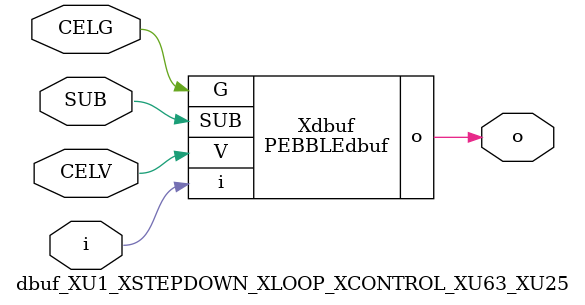
<source format=v>



module PEBBLEdbuf ( o, G, SUB, V, i );

  input V;
  input i;
  input G;
  output o;
  input SUB;
endmodule

//Celera Confidential Do Not Copy dbuf_XU1_XSTEPDOWN_XLOOP_XCONTROL_XU63_XU25
//Celera Confidential Symbol Generator
//Digital Buffer
module dbuf_XU1_XSTEPDOWN_XLOOP_XCONTROL_XU63_XU25 (CELV,CELG,i,o,SUB);
input CELV;
input CELG;
input i;
input SUB;
output o;

//Celera Confidential Do Not Copy dbuf
PEBBLEdbuf Xdbuf(
.V (CELV),
.i (i),
.o (o),
.SUB (SUB),
.G (CELG)
);
//,diesize,PEBBLEdbuf

//Celera Confidential Do Not Copy Module End
//Celera Schematic Generator
endmodule

</source>
